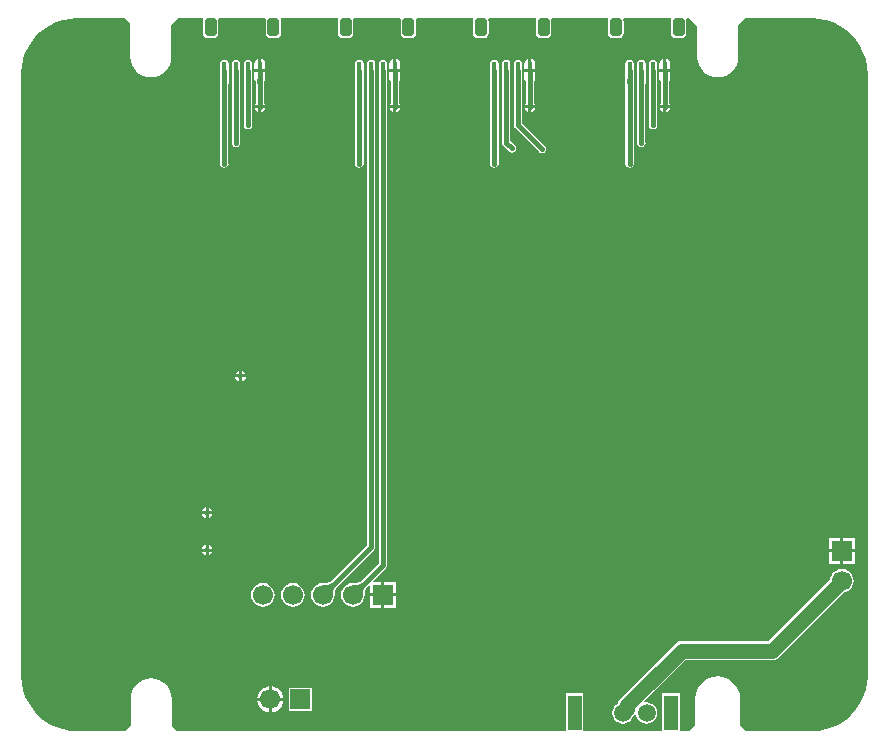
<source format=gbl>
G04*
G04 #@! TF.GenerationSoftware,Altium Limited,Altium Designer,18.1.9 (240)*
G04*
G04 Layer_Physical_Order=2*
G04 Layer_Color=16711680*
%FSLAX25Y25*%
%MOIN*%
G70*
G01*
G75*
%ADD32C,0.05000*%
%ADD34C,0.01500*%
%ADD35R,0.06693X0.06693*%
%ADD36C,0.06693*%
%ADD37R,0.06693X0.06693*%
%ADD38C,0.05906*%
%ADD39R,0.04724X0.11811*%
%ADD40C,0.01600*%
G04:AMPARAMS|DCode=41|XSize=39.37mil|YSize=59.06mil|CornerRadius=9.84mil|HoleSize=0mil|Usage=FLASHONLY|Rotation=180.000|XOffset=0mil|YOffset=0mil|HoleType=Round|Shape=RoundedRectangle|*
%AMROUNDEDRECTD41*
21,1,0.03937,0.03937,0,0,180.0*
21,1,0.01968,0.05906,0,0,180.0*
1,1,0.01968,-0.00984,0.01968*
1,1,0.01968,0.00984,0.01968*
1,1,0.01968,0.00984,-0.01968*
1,1,0.01968,-0.00984,-0.01968*
%
%ADD41ROUNDEDRECTD41*%
G04:AMPARAMS|DCode=42|XSize=15.75mil|YSize=59.06mil|CornerRadius=3.94mil|HoleSize=0mil|Usage=FLASHONLY|Rotation=0.000|XOffset=0mil|YOffset=0mil|HoleType=Round|Shape=RoundedRectangle|*
%AMROUNDEDRECTD42*
21,1,0.01575,0.05118,0,0,0.0*
21,1,0.00787,0.05906,0,0,0.0*
1,1,0.00787,0.00394,-0.02559*
1,1,0.00787,-0.00394,-0.02559*
1,1,0.00787,-0.00394,0.02559*
1,1,0.00787,0.00394,0.02559*
%
%ADD42ROUNDEDRECTD42*%
G36*
X225254Y20991D02*
Y11318D01*
X225248Y10818D01*
X225238Y10721D01*
X225276Y10332D01*
X225369Y9386D01*
X225759Y8104D01*
X226390Y6921D01*
X227241Y5885D01*
X228277Y5034D01*
X229459Y4403D01*
X230742Y4013D01*
X232076Y3882D01*
X233411Y4013D01*
X234693Y4403D01*
X235876Y5034D01*
X236912Y5885D01*
X237762Y6921D01*
X238394Y8104D01*
X238783Y9386D01*
X238915Y10721D01*
X238899D01*
Y21202D01*
X241275Y23577D01*
X263958D01*
X263976Y23559D01*
X263976Y23559D01*
X263976Y23559D01*
X265927Y23431D01*
X268311Y22956D01*
X270614Y22175D01*
X272795Y21099D01*
X274817Y19748D01*
X276645Y18145D01*
X278248Y16317D01*
X279599Y14295D01*
X280675Y12114D01*
X281456Y9811D01*
X281931Y7427D01*
X282088Y5028D01*
X282082Y5000D01*
X282082Y-195476D01*
X282059Y-195976D01*
X282059D01*
X282059Y-195976D01*
X281931Y-197926D01*
X281456Y-200311D01*
X280675Y-202614D01*
X279599Y-204795D01*
X278248Y-206817D01*
X276645Y-208645D01*
X274817Y-210248D01*
X272795Y-211599D01*
X270614Y-212675D01*
X268311Y-213456D01*
X265927Y-213931D01*
X263780Y-214071D01*
X263751Y-214052D01*
X263400Y-213982D01*
X241380D01*
X239494Y-212096D01*
Y-203291D01*
X239512D01*
X239369Y-201841D01*
X238946Y-200446D01*
X238259Y-199160D01*
X237334Y-198033D01*
X236208Y-197109D01*
X234922Y-196422D01*
X233527Y-195998D01*
X232076Y-195855D01*
X230626Y-195998D01*
X229231Y-196422D01*
X227945Y-197109D01*
X226818Y-198033D01*
X225894Y-199160D01*
X225207Y-200446D01*
X224783Y-201841D01*
X224641Y-203291D01*
X224659D01*
Y-211944D01*
X222520Y-214082D01*
X219604D01*
Y-201494D01*
X213679D01*
Y-214082D01*
X187320D01*
Y-201494D01*
X181396D01*
Y-214082D01*
X51680D01*
X50023Y-212425D01*
Y-203300D01*
X50038D01*
X49907Y-201966D01*
X49518Y-200683D01*
X48886Y-199501D01*
X48035Y-198465D01*
X46999Y-197614D01*
X45817Y-196982D01*
X44534Y-196593D01*
X43200Y-196462D01*
X41866Y-196593D01*
X40583Y-196982D01*
X39401Y-197614D01*
X38364Y-198465D01*
X37514Y-199501D01*
X36882Y-200683D01*
X36493Y-201966D01*
X36396Y-202947D01*
X36362Y-203300D01*
X36375Y-203436D01*
X36378Y-203934D01*
Y-212124D01*
X34520Y-213982D01*
X18094D01*
X17788Y-214043D01*
X16073Y-213931D01*
X13689Y-213456D01*
X11386Y-212675D01*
X9205Y-211599D01*
X7183Y-210248D01*
X5355Y-208645D01*
X3752Y-206817D01*
X2401Y-204795D01*
X1325Y-202614D01*
X544Y-200311D01*
X69Y-197926D01*
X-88Y-195528D01*
X-82Y-195500D01*
X-82Y4976D01*
X-59Y5476D01*
X-59D01*
X-59Y5476D01*
X69Y7427D01*
X544Y9811D01*
X1325Y12114D01*
X2401Y14295D01*
X3752Y16317D01*
X5355Y18145D01*
X7183Y19748D01*
X9205Y21099D01*
X11386Y22175D01*
X13689Y22956D01*
X16073Y23431D01*
X18223Y23572D01*
X18243Y23558D01*
X18595Y23488D01*
X34514D01*
X36277Y21725D01*
Y10721D01*
X36262D01*
X36393Y9386D01*
X36782Y8104D01*
X37414Y6921D01*
X38265Y5885D01*
X39301Y5034D01*
X40483Y4403D01*
X41766Y4013D01*
X43100Y3882D01*
X44434Y4013D01*
X45717Y4403D01*
X46899Y5034D01*
X47936Y5885D01*
X48786Y6921D01*
X49418Y8104D01*
X49807Y9386D01*
X49938Y10721D01*
X49923D01*
Y21420D01*
X52086Y23582D01*
X60387D01*
X60623Y23141D01*
X60586Y23087D01*
X60464Y22468D01*
Y18531D01*
X60586Y17913D01*
X60937Y17389D01*
X61461Y17039D01*
X62079Y16916D01*
X64047D01*
X64665Y17039D01*
X65189Y17389D01*
X65540Y17913D01*
X65662Y18531D01*
Y22468D01*
X65540Y23087D01*
X65503Y23141D01*
X65739Y23582D01*
X81324D01*
X81560Y23141D01*
X81523Y23087D01*
X81401Y22468D01*
Y18531D01*
X81523Y17913D01*
X81874Y17389D01*
X82398Y17039D01*
X83016Y16916D01*
X84984D01*
X85602Y17039D01*
X86126Y17389D01*
X86477Y17913D01*
X86599Y18531D01*
Y22468D01*
X86477Y23087D01*
X86440Y23141D01*
X86676Y23582D01*
X105408D01*
X105644Y23141D01*
X105607Y23087D01*
X105484Y22468D01*
Y18531D01*
X105607Y17913D01*
X105957Y17389D01*
X106482Y17039D01*
X107100Y16916D01*
X109068D01*
X109686Y17039D01*
X110210Y17389D01*
X110561Y17913D01*
X110684Y18531D01*
Y22468D01*
X110561Y23087D01*
X110524Y23141D01*
X110760Y23582D01*
X126345D01*
X126581Y23141D01*
X126544Y23087D01*
X126421Y22468D01*
Y18531D01*
X126544Y17913D01*
X126895Y17389D01*
X127419Y17039D01*
X128037Y16916D01*
X130005D01*
X130623Y17039D01*
X131147Y17389D01*
X131498Y17913D01*
X131621Y18531D01*
Y22468D01*
X131498Y23087D01*
X131461Y23141D01*
X131697Y23582D01*
X150429D01*
X150665Y23141D01*
X150628Y23087D01*
X150505Y22468D01*
Y18531D01*
X150628Y17913D01*
X150979Y17389D01*
X151503Y17039D01*
X152121Y16916D01*
X154089D01*
X154707Y17039D01*
X155231Y17389D01*
X155581Y17913D01*
X155704Y18531D01*
Y22468D01*
X155581Y23087D01*
X155545Y23141D01*
X155781Y23582D01*
X171366D01*
X171602Y23141D01*
X171565Y23087D01*
X171442Y22468D01*
Y18531D01*
X171565Y17913D01*
X171916Y17389D01*
X172440Y17039D01*
X173058Y16916D01*
X175026D01*
X175644Y17039D01*
X176168Y17389D01*
X176519Y17913D01*
X176641Y18531D01*
Y22468D01*
X176519Y23087D01*
X176482Y23141D01*
X176718Y23582D01*
X195450D01*
X195686Y23141D01*
X195649Y23087D01*
X195526Y22468D01*
Y18531D01*
X195649Y17913D01*
X196000Y17389D01*
X196524Y17039D01*
X197142Y16916D01*
X199110D01*
X199728Y17039D01*
X200252Y17389D01*
X200603Y17913D01*
X200726Y18531D01*
Y22468D01*
X200603Y23087D01*
X200566Y23141D01*
X200802Y23582D01*
X216387D01*
X216623Y23141D01*
X216586Y23087D01*
X216463Y22468D01*
Y18531D01*
X216586Y17913D01*
X216936Y17389D01*
X217461Y17039D01*
X218079Y16916D01*
X220047D01*
X220665Y17039D01*
X221189Y17389D01*
X221540Y17913D01*
X221662Y18531D01*
Y22468D01*
X221540Y23087D01*
X221503Y23141D01*
X221739Y23582D01*
X222663D01*
X225254Y20991D01*
D02*
G37*
%LPC*%
G36*
X215000Y9959D02*
Y6500D01*
X216315D01*
Y8559D01*
X216207Y9103D01*
X215898Y9564D01*
X215438Y9872D01*
X215000Y9959D01*
D02*
G37*
G36*
X214000D02*
X213562Y9872D01*
X213102Y9564D01*
X212793Y9103D01*
X212685Y8559D01*
Y6500D01*
X214000D01*
Y9959D01*
D02*
G37*
G36*
X169979D02*
Y6500D01*
X171294D01*
Y8559D01*
X171186Y9103D01*
X170878Y9564D01*
X170416Y9872D01*
X169979Y9959D01*
D02*
G37*
G36*
X168979D02*
X168542Y9872D01*
X168080Y9564D01*
X167772Y9103D01*
X167664Y8559D01*
Y6500D01*
X168979D01*
Y9959D01*
D02*
G37*
G36*
X124958D02*
Y6500D01*
X126273D01*
Y8559D01*
X126164Y9103D01*
X125856Y9564D01*
X125396Y9872D01*
X124958Y9959D01*
D02*
G37*
G36*
X123958D02*
X123521Y9872D01*
X123059Y9564D01*
X122751Y9103D01*
X122643Y8559D01*
Y6500D01*
X123958D01*
Y9959D01*
D02*
G37*
G36*
X79937D02*
Y6500D01*
X81252D01*
Y8559D01*
X81143Y9103D01*
X80835Y9564D01*
X80374Y9872D01*
X79937Y9959D01*
D02*
G37*
G36*
X78937D02*
X78500Y9872D01*
X78039Y9564D01*
X77731Y9103D01*
X77622Y8559D01*
Y6500D01*
X78937D01*
Y9959D01*
D02*
G37*
G36*
X216315Y5500D02*
X212685D01*
Y3441D01*
X212793Y2897D01*
X213099Y2440D01*
X213101Y1786D01*
X213123Y1731D01*
Y-4757D01*
X212804Y-5235D01*
X212764Y-5437D01*
X216236D01*
X216196Y-5235D01*
X215876Y-4757D01*
Y1731D01*
X215899Y1786D01*
X215901Y2440D01*
X216207Y2897D01*
X216315Y3441D01*
Y5500D01*
D02*
G37*
G36*
X171294D02*
X167664D01*
Y3441D01*
X167772Y2897D01*
X168078Y2440D01*
X168080Y1786D01*
X168103Y1731D01*
Y-4757D01*
X167783Y-5235D01*
X167743Y-5437D01*
X171215D01*
X171175Y-5235D01*
X170855Y-4757D01*
Y1731D01*
X170878Y1786D01*
X170880Y2440D01*
X171186Y2897D01*
X171294Y3441D01*
Y5500D01*
D02*
G37*
G36*
X126273D02*
X122643D01*
Y3441D01*
X122751Y2897D01*
X123057Y2440D01*
X123059Y1786D01*
X123082Y1731D01*
Y-4757D01*
X122762Y-5235D01*
X122722Y-5437D01*
X126194D01*
X126154Y-5235D01*
X125834Y-4757D01*
Y1731D01*
X125857Y1786D01*
X125859Y2440D01*
X126164Y2897D01*
X126273Y3441D01*
Y5500D01*
D02*
G37*
G36*
X81252D02*
X77622D01*
Y3441D01*
X77731Y2897D01*
X78036Y2440D01*
X78038Y1786D01*
X78061Y1731D01*
Y-4757D01*
X77741Y-5235D01*
X77701Y-5437D01*
X81173D01*
X81133Y-5235D01*
X80813Y-4757D01*
Y1731D01*
X80836Y1786D01*
X80838Y2440D01*
X81143Y2897D01*
X81252Y3441D01*
Y5500D01*
D02*
G37*
G36*
X216236Y-6437D02*
X215000D01*
Y-7673D01*
X215202Y-7633D01*
X215798Y-7235D01*
X216196Y-6639D01*
X216236Y-6437D01*
D02*
G37*
G36*
X214000D02*
X212764D01*
X212804Y-6639D01*
X213202Y-7235D01*
X213798Y-7633D01*
X214000Y-7673D01*
Y-6437D01*
D02*
G37*
G36*
X171215D02*
X169979D01*
Y-7673D01*
X170181Y-7633D01*
X170777Y-7235D01*
X171175Y-6639D01*
X171215Y-6437D01*
D02*
G37*
G36*
X168979D02*
X167743D01*
X167783Y-6639D01*
X168181Y-7235D01*
X168777Y-7633D01*
X168979Y-7673D01*
Y-6437D01*
D02*
G37*
G36*
X126194D02*
X124958D01*
Y-7673D01*
X125160Y-7633D01*
X125756Y-7235D01*
X126154Y-6639D01*
X126194Y-6437D01*
D02*
G37*
G36*
X123958D02*
X122722D01*
X122762Y-6639D01*
X123160Y-7235D01*
X123756Y-7633D01*
X123958Y-7673D01*
Y-6437D01*
D02*
G37*
G36*
X81173D02*
X79937D01*
Y-7673D01*
X80139Y-7633D01*
X80735Y-7235D01*
X81133Y-6639D01*
X81173Y-6437D01*
D02*
G37*
G36*
X78937D02*
X77701D01*
X77741Y-6639D01*
X78139Y-7235D01*
X78735Y-7633D01*
X78937Y-7673D01*
Y-6437D01*
D02*
G37*
G36*
X210957Y9572D02*
X210169D01*
X209782Y9495D01*
X209453Y9275D01*
X209233Y8947D01*
X209156Y8559D01*
Y3441D01*
X209177Y3334D01*
X209160Y3292D01*
X209161Y3291D01*
X209160Y3291D01*
X209163Y1786D01*
X209187Y1731D01*
Y-11744D01*
X209136Y-12000D01*
X209244Y-12546D01*
X209554Y-13009D01*
X210017Y-13319D01*
X210563Y-13427D01*
X211109Y-13319D01*
X211572Y-13009D01*
X211882Y-12546D01*
X211990Y-12000D01*
X211939Y-11744D01*
Y1731D01*
X211962Y1786D01*
X211966Y3291D01*
X211965Y3291D01*
X211966Y3292D01*
X211948Y3334D01*
X211970Y3441D01*
Y8559D01*
X211893Y8947D01*
X211673Y9275D01*
X211344Y9495D01*
X210957Y9572D01*
D02*
G37*
G36*
X75894D02*
X75106D01*
X74719Y9495D01*
X74390Y9275D01*
X74170Y8947D01*
X74093Y8559D01*
Y3441D01*
X74115Y3334D01*
X74097Y3292D01*
X74098Y3291D01*
X74097Y3291D01*
X74101Y1786D01*
X74124Y1731D01*
Y-11744D01*
X74073Y-12000D01*
X74181Y-12546D01*
X74491Y-13009D01*
X74954Y-13319D01*
X75500Y-13427D01*
X76046Y-13319D01*
X76509Y-13009D01*
X76819Y-12546D01*
X76927Y-12000D01*
X76876Y-11744D01*
Y1731D01*
X76899Y1786D01*
X76903Y3291D01*
X76902Y3291D01*
X76903Y3292D01*
X76885Y3334D01*
X76907Y3441D01*
Y8559D01*
X76830Y8947D01*
X76610Y9275D01*
X76281Y9495D01*
X75894Y9572D01*
D02*
G37*
G36*
X207020D02*
X206232D01*
X205844Y9495D01*
X205516Y9275D01*
X205296Y8947D01*
X205219Y8559D01*
Y3441D01*
X205241Y3334D01*
X205223Y3292D01*
X205223Y3291D01*
X205223Y3291D01*
X205226Y1786D01*
X205250Y1731D01*
Y-17681D01*
X205199Y-17937D01*
X205307Y-18483D01*
X205617Y-18946D01*
X206080Y-19256D01*
X206626Y-19364D01*
X207172Y-19256D01*
X207635Y-18946D01*
X207945Y-18483D01*
X208053Y-17937D01*
X208002Y-17681D01*
Y1731D01*
X208025Y1786D01*
X208029Y3291D01*
X208028Y3291D01*
X208029Y3292D01*
X208012Y3334D01*
X208033Y3441D01*
Y8559D01*
X207956Y8947D01*
X207736Y9275D01*
X207407Y9495D01*
X207020Y9572D01*
D02*
G37*
G36*
X71957D02*
X71169D01*
X70782Y9495D01*
X70453Y9275D01*
X70233Y8947D01*
X70156Y8559D01*
Y3441D01*
X70178Y3334D01*
X70160Y3292D01*
X70161Y3291D01*
X70160Y3291D01*
X70164Y1786D01*
X70187Y1731D01*
Y-17681D01*
X70136Y-17937D01*
X70244Y-18483D01*
X70554Y-18946D01*
X71017Y-19256D01*
X71563Y-19364D01*
X72109Y-19256D01*
X72572Y-18946D01*
X72882Y-18483D01*
X72990Y-17937D01*
X72939Y-17681D01*
Y1731D01*
X72962Y1786D01*
X72966Y3291D01*
X72965Y3291D01*
X72966Y3292D01*
X72948Y3334D01*
X72970Y3441D01*
Y8559D01*
X72893Y8947D01*
X72673Y9275D01*
X72344Y9495D01*
X71957Y9572D01*
D02*
G37*
G36*
X161999D02*
X161211D01*
X160824Y9495D01*
X160495Y9275D01*
X160275Y8947D01*
X160198Y8559D01*
Y3441D01*
X160220Y3334D01*
X160202Y3292D01*
X160203Y3291D01*
X160202Y3291D01*
X160205Y1786D01*
X160229Y1731D01*
Y-17681D01*
X160178Y-17937D01*
X160286Y-18483D01*
X160596Y-18946D01*
X160813Y-19092D01*
X162527Y-20805D01*
X162973Y-21104D01*
X163500Y-21208D01*
X164027Y-21104D01*
X164473Y-20805D01*
X164772Y-20359D01*
X164876Y-19832D01*
X164772Y-19305D01*
X164473Y-18859D01*
X162981Y-17367D01*
Y1731D01*
X163004Y1786D01*
X163008Y3291D01*
X163007Y3291D01*
X163008Y3292D01*
X162990Y3334D01*
X163012Y3441D01*
Y8559D01*
X162935Y8947D01*
X162715Y9275D01*
X162386Y9495D01*
X161999Y9572D01*
D02*
G37*
G36*
X165936D02*
X165148D01*
X164761Y9495D01*
X164432Y9275D01*
X164212Y8947D01*
X164135Y8559D01*
Y3441D01*
X164156Y3334D01*
X164139Y3292D01*
X164140Y3291D01*
X164139Y3291D01*
X164143Y1786D01*
X164165Y1731D01*
Y-11744D01*
X164115Y-12000D01*
X164223Y-12546D01*
X164533Y-13009D01*
X164750Y-13155D01*
X172527Y-20931D01*
X172973Y-21230D01*
X173500Y-21335D01*
X174027Y-21230D01*
X174473Y-20931D01*
X174772Y-20485D01*
X174876Y-19958D01*
X174772Y-19431D01*
X174473Y-18985D01*
X166918Y-11430D01*
Y1731D01*
X166941Y1786D01*
X166945Y3291D01*
X166944Y3291D01*
X166945Y3292D01*
X166928Y3334D01*
X166949Y3441D01*
Y8559D01*
X166872Y8947D01*
X166652Y9275D01*
X166323Y9495D01*
X165936Y9572D01*
D02*
G37*
G36*
X203083D02*
X202295D01*
X201907Y9495D01*
X201579Y9275D01*
X201359Y8947D01*
X201282Y8559D01*
Y3441D01*
X201303Y3334D01*
X201286Y3292D01*
X201287Y3291D01*
X201286Y3291D01*
X201290Y1786D01*
X201312Y1731D01*
Y-24618D01*
X201261Y-24874D01*
X201370Y-25420D01*
X201680Y-25883D01*
X202143Y-26193D01*
X202689Y-26301D01*
X203235Y-26193D01*
X203698Y-25883D01*
X204008Y-25420D01*
X204116Y-24874D01*
X204065Y-24618D01*
Y1731D01*
X204088Y1786D01*
X204092Y3291D01*
X204091Y3291D01*
X204092Y3292D01*
X204075Y3334D01*
X204096Y3441D01*
Y8559D01*
X204019Y8947D01*
X203799Y9275D01*
X203470Y9495D01*
X203083Y9572D01*
D02*
G37*
G36*
X158062D02*
X157274D01*
X156887Y9495D01*
X156558Y9275D01*
X156338Y8947D01*
X156261Y8559D01*
Y3441D01*
X156282Y3334D01*
X156265Y3292D01*
X156266Y3291D01*
X156265Y3291D01*
X156269Y1786D01*
X156291Y1731D01*
Y-24618D01*
X156240Y-24874D01*
X156349Y-25420D01*
X156659Y-25883D01*
X157122Y-26193D01*
X157668Y-26301D01*
X158214Y-26193D01*
X158677Y-25883D01*
X158987Y-25420D01*
X159095Y-24874D01*
X159044Y-24618D01*
Y1731D01*
X159067Y1786D01*
X159071Y3291D01*
X159070Y3291D01*
X159071Y3292D01*
X159054Y3334D01*
X159075Y3441D01*
Y8559D01*
X158998Y8947D01*
X158778Y9275D01*
X158449Y9495D01*
X158062Y9572D01*
D02*
G37*
G36*
X113041D02*
X112253D01*
X111866Y9495D01*
X111537Y9275D01*
X111317Y8947D01*
X111240Y8559D01*
Y3441D01*
X111261Y3334D01*
X111244Y3292D01*
X111245Y3291D01*
X111244Y3291D01*
X111248Y1786D01*
X111270Y1731D01*
Y-24618D01*
X111220Y-24874D01*
X111328Y-25420D01*
X111638Y-25883D01*
X112101Y-26193D01*
X112647Y-26301D01*
X113193Y-26193D01*
X113656Y-25883D01*
X113966Y-25420D01*
X114074Y-24874D01*
X114023Y-24618D01*
Y1731D01*
X114046Y1786D01*
X114050Y3291D01*
X114049Y3291D01*
X114050Y3292D01*
X114032Y3334D01*
X114054Y3441D01*
Y8559D01*
X113977Y8947D01*
X113757Y9275D01*
X113428Y9495D01*
X113041Y9572D01*
D02*
G37*
G36*
X68020D02*
X67232D01*
X66845Y9495D01*
X66516Y9275D01*
X66296Y8947D01*
X66219Y8559D01*
Y3441D01*
X66241Y3334D01*
X66223Y3292D01*
X66224Y3291D01*
X66223Y3291D01*
X66227Y1786D01*
X66250Y1731D01*
Y-24618D01*
X66199Y-24874D01*
X66307Y-25420D01*
X66617Y-25883D01*
X67080Y-26193D01*
X67626Y-26301D01*
X68172Y-26193D01*
X68635Y-25883D01*
X68945Y-25420D01*
X69053Y-24874D01*
X69002Y-24618D01*
Y1731D01*
X69025Y1786D01*
X69029Y3291D01*
X69028Y3291D01*
X69029Y3292D01*
X69011Y3334D01*
X69033Y3441D01*
Y8559D01*
X68956Y8947D01*
X68736Y9275D01*
X68407Y9495D01*
X68020Y9572D01*
D02*
G37*
G36*
X73500Y-93882D02*
Y-95118D01*
X74736D01*
X74696Y-94916D01*
X74298Y-94320D01*
X73702Y-93923D01*
X73500Y-93882D01*
D02*
G37*
G36*
X72500D02*
X72298Y-93923D01*
X71702Y-94320D01*
X71304Y-94916D01*
X71264Y-95118D01*
X72500D01*
Y-93882D01*
D02*
G37*
G36*
X74736Y-96118D02*
X73500D01*
Y-97354D01*
X73702Y-97314D01*
X74298Y-96916D01*
X74696Y-96320D01*
X74736Y-96118D01*
D02*
G37*
G36*
X72500D02*
X71264D01*
X71304Y-96320D01*
X71702Y-96916D01*
X72298Y-97314D01*
X72500Y-97354D01*
Y-96118D01*
D02*
G37*
G36*
X62386Y-139464D02*
Y-140700D01*
X63622D01*
X63581Y-140498D01*
X63183Y-139902D01*
X62588Y-139504D01*
X62386Y-139464D01*
D02*
G37*
G36*
X61386D02*
X61184Y-139504D01*
X60588Y-139902D01*
X60190Y-140498D01*
X60150Y-140700D01*
X61386D01*
Y-139464D01*
D02*
G37*
G36*
X63622Y-141700D02*
X62386D01*
Y-142936D01*
X62588Y-142896D01*
X63183Y-142498D01*
X63581Y-141902D01*
X63622Y-141700D01*
D02*
G37*
G36*
X61386D02*
X60150D01*
X60190Y-141902D01*
X60588Y-142498D01*
X61184Y-142896D01*
X61386Y-142936D01*
Y-141700D01*
D02*
G37*
G36*
X62441Y-151964D02*
Y-153200D01*
X63676D01*
X63636Y-152998D01*
X63238Y-152402D01*
X62643Y-152004D01*
X62441Y-151964D01*
D02*
G37*
G36*
X61441D02*
X61238Y-152004D01*
X60643Y-152402D01*
X60245Y-152998D01*
X60205Y-153200D01*
X61441D01*
Y-151964D01*
D02*
G37*
G36*
X277847Y-149653D02*
X274000D01*
Y-153500D01*
X277847D01*
Y-149653D01*
D02*
G37*
G36*
X273000D02*
X269153D01*
Y-153500D01*
X273000D01*
Y-149653D01*
D02*
G37*
G36*
X63676Y-154200D02*
X62441D01*
Y-155436D01*
X62643Y-155396D01*
X63238Y-154998D01*
X63636Y-154402D01*
X63676Y-154200D01*
D02*
G37*
G36*
X61441D02*
X60205D01*
X60245Y-154402D01*
X60643Y-154998D01*
X61238Y-155396D01*
X61441Y-155436D01*
Y-154200D01*
D02*
G37*
G36*
X277847Y-154500D02*
X274000D01*
Y-158346D01*
X277847D01*
Y-154500D01*
D02*
G37*
G36*
X273000D02*
X269153D01*
Y-158346D01*
X273000D01*
Y-154500D01*
D02*
G37*
G36*
X124846Y-164330D02*
X121000D01*
Y-168176D01*
X124846D01*
Y-164330D01*
D02*
G37*
G36*
X120915Y9572D02*
X120127D01*
X119740Y9495D01*
X119411Y9275D01*
X119191Y8947D01*
X119114Y8559D01*
Y3441D01*
X119135Y3334D01*
X119118Y3292D01*
X119119Y3291D01*
X119118Y3291D01*
X119122Y1786D01*
X119144Y1731D01*
Y-11744D01*
X119094Y-12000D01*
X119144Y-12256D01*
Y-158085D01*
X113312Y-163918D01*
X113265Y-163934D01*
X113093Y-164087D01*
X112927Y-164203D01*
X112733Y-164310D01*
X112511Y-164406D01*
X112258Y-164489D01*
X111976Y-164559D01*
X111670Y-164613D01*
X110935Y-164676D01*
X110526Y-164681D01*
X110486Y-164698D01*
X109470Y-164832D01*
X108510Y-165229D01*
X107685Y-165862D01*
X107053Y-166686D01*
X106655Y-167646D01*
X106519Y-168676D01*
X106655Y-169707D01*
X107053Y-170667D01*
X107685Y-171491D01*
X108510Y-172124D01*
X109470Y-172521D01*
X110500Y-172657D01*
X111530Y-172521D01*
X112490Y-172124D01*
X113315Y-171491D01*
X113947Y-170667D01*
X114345Y-169707D01*
X114479Y-168690D01*
X114496Y-168651D01*
X114501Y-168233D01*
X114523Y-167859D01*
X114562Y-167515D01*
X114617Y-167201D01*
X114687Y-166918D01*
X114771Y-166666D01*
X114867Y-166443D01*
X114973Y-166250D01*
X115090Y-166083D01*
X115242Y-165912D01*
X115258Y-165865D01*
X115692Y-165431D01*
X116154Y-165623D01*
Y-168176D01*
X120000D01*
Y-164330D01*
X117446D01*
X117255Y-163868D01*
X121494Y-159629D01*
X121494Y-159629D01*
X121793Y-159182D01*
X121897Y-158656D01*
Y-12256D01*
X121948Y-12000D01*
X121897Y-11744D01*
Y1731D01*
X121920Y1786D01*
X121924Y3291D01*
X121923Y3291D01*
X121924Y3292D01*
X121906Y3334D01*
X121928Y3441D01*
Y8559D01*
X121851Y8947D01*
X121631Y9275D01*
X121302Y9495D01*
X120915Y9572D01*
D02*
G37*
G36*
X116978D02*
X116190D01*
X115803Y9495D01*
X115474Y9275D01*
X115254Y8947D01*
X115177Y8559D01*
Y3441D01*
X115199Y3334D01*
X115181Y3292D01*
X115182Y3291D01*
X115181Y3291D01*
X115184Y1786D01*
X115208Y1731D01*
Y-17681D01*
X115156Y-17937D01*
X115208Y-18193D01*
Y-152022D01*
X103312Y-163918D01*
X103265Y-163934D01*
X103093Y-164087D01*
X102927Y-164203D01*
X102733Y-164310D01*
X102511Y-164406D01*
X102258Y-164489D01*
X101976Y-164559D01*
X101671Y-164613D01*
X100935Y-164676D01*
X100526Y-164681D01*
X100486Y-164698D01*
X99470Y-164832D01*
X98510Y-165229D01*
X97685Y-165862D01*
X97053Y-166686D01*
X96655Y-167646D01*
X96520Y-168676D01*
X96655Y-169707D01*
X97053Y-170667D01*
X97685Y-171491D01*
X98510Y-172124D01*
X99470Y-172521D01*
X100500Y-172657D01*
X101530Y-172521D01*
X102490Y-172124D01*
X103315Y-171491D01*
X103947Y-170667D01*
X104345Y-169707D01*
X104479Y-168690D01*
X104496Y-168651D01*
X104501Y-168233D01*
X104523Y-167859D01*
X104562Y-167515D01*
X104617Y-167201D01*
X104687Y-166918D01*
X104771Y-166666D01*
X104867Y-166443D01*
X104973Y-166250D01*
X105090Y-166083D01*
X105242Y-165912D01*
X105258Y-165865D01*
X117557Y-153566D01*
X117557Y-153566D01*
X117856Y-153119D01*
X117960Y-152593D01*
X117960Y-152593D01*
Y-18193D01*
X118011Y-17937D01*
X117960Y-17681D01*
Y1731D01*
X117983Y1786D01*
X117987Y3291D01*
X117986Y3291D01*
X117987Y3292D01*
X117970Y3334D01*
X117991Y3441D01*
Y8559D01*
X117914Y8947D01*
X117694Y9275D01*
X117365Y9495D01*
X116978Y9572D01*
D02*
G37*
G36*
X90500Y-164696D02*
X89470Y-164832D01*
X88510Y-165229D01*
X87685Y-165862D01*
X87053Y-166686D01*
X86655Y-167646D01*
X86519Y-168676D01*
X86655Y-169707D01*
X87053Y-170667D01*
X87685Y-171491D01*
X88510Y-172124D01*
X89470Y-172521D01*
X90500Y-172657D01*
X91530Y-172521D01*
X92490Y-172124D01*
X93315Y-171491D01*
X93947Y-170667D01*
X94345Y-169707D01*
X94481Y-168676D01*
X94345Y-167646D01*
X93947Y-166686D01*
X93315Y-165862D01*
X92490Y-165229D01*
X91530Y-164832D01*
X90500Y-164696D01*
D02*
G37*
G36*
X80500D02*
X79470Y-164832D01*
X78510Y-165229D01*
X77685Y-165862D01*
X77053Y-166686D01*
X76655Y-167646D01*
X76520Y-168676D01*
X76655Y-169707D01*
X77053Y-170667D01*
X77685Y-171491D01*
X78510Y-172124D01*
X79470Y-172521D01*
X80500Y-172657D01*
X81530Y-172521D01*
X82490Y-172124D01*
X83315Y-171491D01*
X83947Y-170667D01*
X84345Y-169707D01*
X84481Y-168676D01*
X84345Y-167646D01*
X83947Y-166686D01*
X83315Y-165862D01*
X82490Y-165229D01*
X81530Y-164832D01*
X80500Y-164696D01*
D02*
G37*
G36*
X124846Y-169176D02*
X121000D01*
Y-173023D01*
X124846D01*
Y-169176D01*
D02*
G37*
G36*
X120000D02*
X116154D01*
Y-173023D01*
X120000D01*
Y-169176D01*
D02*
G37*
G36*
X273500Y-160020D02*
X272470Y-160155D01*
X271510Y-160553D01*
X270685Y-161185D01*
X270053Y-162010D01*
X269655Y-162970D01*
X269586Y-163492D01*
X249005Y-184073D01*
X220048D01*
X219238Y-184180D01*
X218484Y-184492D01*
X217837Y-184989D01*
X199710Y-203116D01*
X199213Y-203764D01*
X198901Y-204518D01*
X198859Y-204834D01*
X198708Y-204897D01*
X197966Y-205466D01*
X197397Y-206208D01*
X197039Y-207073D01*
X196917Y-208000D01*
X197039Y-208927D01*
X197397Y-209792D01*
X197966Y-210534D01*
X198708Y-211103D01*
X199573Y-211461D01*
X200500Y-211583D01*
X201427Y-211461D01*
X202292Y-211103D01*
X203034Y-210534D01*
X203603Y-209792D01*
X203938Y-208984D01*
X204132Y-208790D01*
X204132Y-208790D01*
X204352Y-208503D01*
X204875Y-208643D01*
X204912Y-208927D01*
X205270Y-209791D01*
X205840Y-210533D01*
X206582Y-211103D01*
X207446Y-211461D01*
X208374Y-211583D01*
X209301Y-211461D01*
X210165Y-211103D01*
X210908Y-210533D01*
X211477Y-209791D01*
X211835Y-208927D01*
X211957Y-208000D01*
X211835Y-207072D01*
X211477Y-206208D01*
X210908Y-205466D01*
X210165Y-204896D01*
X209301Y-204538D01*
X208374Y-204416D01*
X207898Y-204479D01*
X207664Y-204005D01*
X221343Y-190327D01*
X250300D01*
X250300Y-190327D01*
X251109Y-190220D01*
X251863Y-189908D01*
X252511Y-189411D01*
X274008Y-167914D01*
X274530Y-167845D01*
X275490Y-167447D01*
X276315Y-166815D01*
X276947Y-165990D01*
X277345Y-165030D01*
X277481Y-164000D01*
X277345Y-162970D01*
X276947Y-162010D01*
X276315Y-161185D01*
X275490Y-160553D01*
X274530Y-160155D01*
X273500Y-160020D01*
D02*
G37*
G36*
X83500Y-199182D02*
Y-203000D01*
X87318D01*
X87235Y-202365D01*
X86797Y-201308D01*
X86100Y-200400D01*
X85192Y-199703D01*
X84135Y-199265D01*
X83500Y-199182D01*
D02*
G37*
G36*
X82500D02*
X81865Y-199265D01*
X80808Y-199703D01*
X79900Y-200400D01*
X79203Y-201308D01*
X78765Y-202365D01*
X78682Y-203000D01*
X82500D01*
Y-199182D01*
D02*
G37*
G36*
X96947Y-199554D02*
X89053D01*
Y-207447D01*
X96947D01*
Y-199554D01*
D02*
G37*
G36*
X87318Y-204000D02*
X83500D01*
Y-207818D01*
X84135Y-207735D01*
X85192Y-207297D01*
X86100Y-206600D01*
X86797Y-205692D01*
X87235Y-204635D01*
X87318Y-204000D01*
D02*
G37*
G36*
X82500D02*
X78682D01*
X78765Y-204635D01*
X79203Y-205692D01*
X79900Y-206600D01*
X80808Y-207297D01*
X81865Y-207735D01*
X82500Y-207818D01*
Y-204000D01*
D02*
G37*
%LPD*%
G36*
X215250Y1787D02*
X213750D01*
X213747Y3292D01*
X215253D01*
X215250Y1787D01*
D02*
G37*
G36*
X170229D02*
X168729D01*
X168726Y3292D01*
X170232D01*
X170229Y1787D01*
D02*
G37*
G36*
X125208D02*
X123708D01*
X123705Y3292D01*
X125211D01*
X125208Y1787D01*
D02*
G37*
G36*
X80187D02*
X78687D01*
X78684Y3292D01*
X80190D01*
X80187Y1787D01*
D02*
G37*
G36*
X211313D02*
X209813D01*
X209810Y3292D01*
X211316D01*
X211313Y1787D01*
D02*
G37*
G36*
X76250D02*
X74750D01*
X74747Y3292D01*
X76253D01*
X76250Y1787D01*
D02*
G37*
G36*
X207376D02*
X205876D01*
X205873Y3292D01*
X207379D01*
X207376Y1787D01*
D02*
G37*
G36*
X72313D02*
X70813D01*
X70810Y3292D01*
X72316D01*
X72313Y1787D01*
D02*
G37*
G36*
X162355D02*
X160855D01*
X160852Y3292D01*
X162358D01*
X162355Y1787D01*
D02*
G37*
G36*
X166292D02*
X164792D01*
X164789Y3292D01*
X166295D01*
X166292Y1787D01*
D02*
G37*
G36*
X203439D02*
X201939D01*
X201936Y3292D01*
X203442D01*
X203439Y1787D01*
D02*
G37*
G36*
X158418D02*
X156918D01*
X156915Y3292D01*
X158421D01*
X158418Y1787D01*
D02*
G37*
G36*
X113397D02*
X111897D01*
X111894Y3292D01*
X113400D01*
X113397Y1787D01*
D02*
G37*
G36*
X68376D02*
X66876D01*
X66873Y3292D01*
X68379D01*
X68376Y1787D01*
D02*
G37*
G36*
X121271D02*
X119771D01*
X119768Y3292D01*
X121274D01*
X121271Y1787D01*
D02*
G37*
G36*
X114756Y-165481D02*
X114579Y-165680D01*
X114421Y-165906D01*
X114283Y-166157D01*
X114163Y-166434D01*
X114063Y-166738D01*
X113981Y-167067D01*
X113919Y-167422D01*
X113875Y-167803D01*
X113851Y-168210D01*
X113846Y-168643D01*
X110533Y-165330D01*
X110967Y-165325D01*
X111755Y-165258D01*
X112110Y-165195D01*
X112439Y-165114D01*
X112742Y-165013D01*
X113019Y-164894D01*
X113271Y-164755D01*
X113496Y-164597D01*
X113696Y-164420D01*
X114756Y-165481D01*
D02*
G37*
G36*
X117334Y1787D02*
X115834D01*
X115831Y3292D01*
X117337D01*
X117334Y1787D01*
D02*
G37*
G36*
X104756Y-165481D02*
X104579Y-165680D01*
X104421Y-165906D01*
X104283Y-166157D01*
X104163Y-166434D01*
X104063Y-166738D01*
X103981Y-167067D01*
X103919Y-167422D01*
X103876Y-167803D01*
X103851Y-168210D01*
X103846Y-168643D01*
X100533Y-165330D01*
X100966Y-165325D01*
X101755Y-165258D01*
X102110Y-165195D01*
X102439Y-165114D01*
X102742Y-165013D01*
X103019Y-164894D01*
X103271Y-164755D01*
X103496Y-164597D01*
X103696Y-164420D01*
X104756Y-165481D01*
D02*
G37*
D32*
X250300Y-187200D02*
X273500Y-164000D01*
X220048Y-187200D02*
X250300D01*
X201921Y-205327D02*
X220048Y-187200D01*
X200500Y-208000D02*
X201921Y-206579D01*
Y-205327D01*
D34*
X120521Y-158656D02*
Y-12000D01*
X110500Y-168676D02*
X120521Y-158656D01*
X116584Y-152593D02*
Y-17937D01*
X100500Y-168676D02*
X116584Y-152593D01*
X165542Y-12000D02*
X173500Y-19958D01*
X161605Y-17937D02*
X163500Y-19832D01*
X214500Y-5937D02*
Y6000D01*
X169479Y-5937D02*
Y6000D01*
X210563Y-12000D02*
Y6000D01*
X165542Y-12000D02*
Y6000D01*
X206626Y-17937D02*
Y6000D01*
X161605Y-17937D02*
Y6000D01*
X202689Y-24874D02*
Y6000D01*
X157668Y-24874D02*
Y6000D01*
X124458Y-5937D02*
Y6000D01*
X120521Y-12000D02*
Y6000D01*
X116584Y-17937D02*
Y6000D01*
X112647Y-24874D02*
Y6000D01*
X67626Y-24874D02*
Y6000D01*
X79437Y-5937D02*
Y6000D01*
X75500Y-12000D02*
Y6000D01*
X71563Y-17937D02*
Y6000D01*
D35*
X273500Y-154000D02*
D03*
D36*
Y-164000D02*
D03*
X83000Y-203500D02*
D03*
X80500Y-168676D02*
D03*
X90500D02*
D03*
X100500D02*
D03*
X110500D02*
D03*
D37*
X93000Y-203500D02*
D03*
X120500Y-168676D02*
D03*
D38*
X208374Y-208000D02*
D03*
X200500Y-208000D02*
D03*
D39*
X216641Y-208000D02*
D03*
X184358D02*
D03*
D40*
X61941Y-153700D02*
D03*
X61886Y-141200D02*
D03*
X73000Y-95618D02*
D03*
X214500Y-5937D02*
D03*
X210563Y-12000D02*
D03*
X206626Y-17937D02*
D03*
X202689Y-24874D02*
D03*
X169479Y-5937D02*
D03*
X165542Y-12000D02*
D03*
X161605Y-17937D02*
D03*
X157668Y-24874D02*
D03*
X71563Y-17937D02*
D03*
X79437Y-5937D02*
D03*
X75500Y-12000D02*
D03*
X124458Y-5937D02*
D03*
X120521Y-12000D02*
D03*
X116584Y-17937D02*
D03*
X112647Y-24874D02*
D03*
X67626D02*
D03*
D41*
X219063Y20500D02*
D03*
X198126Y20500D02*
D03*
X174042Y20500D02*
D03*
X153105Y20500D02*
D03*
X84000D02*
D03*
X63063Y20500D02*
D03*
X129021Y20500D02*
D03*
X108084Y20500D02*
D03*
D42*
X214500Y6000D02*
D03*
X210563D02*
D03*
X206626D02*
D03*
X202689D02*
D03*
X169479D02*
D03*
X165542D02*
D03*
X161605D02*
D03*
X157668D02*
D03*
X79437D02*
D03*
X75500D02*
D03*
X71563D02*
D03*
X67626D02*
D03*
X124458D02*
D03*
X120521D02*
D03*
X116584D02*
D03*
X112647D02*
D03*
M02*

</source>
